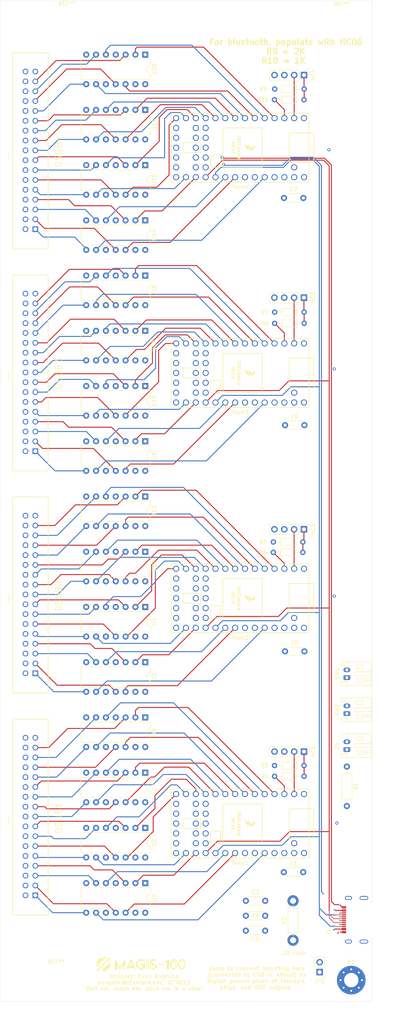
<source format=kicad_pcb>
(kicad_pcb (version 20211014) (generator pcbnew)
  (layers (0 "F.Cu" power) (1 "In1.Cu" signal) (2 "In2.Cu" signal) (31 "B.Cu" power) (34 "B.Paste" user) (35 "F.Paste" user) (36 "B.SilkS" user "B.Silkscreen") (37 "F.SilkS" user "F.Silkscreen") (38 "B.Mask" user) (39 "F.Mask" user) (44 "Edge.Cuts" user))
  (net 0 "")
  (net 1 "Net-(D1-Pad1)")
  (net 2 "Net-(HC2-Pad1)")
  (net 3 "5V")
  (net 4 "Net-(HC2-Pad2)")
  (net 5 "Net-(HC3-Pad1)")
  (net 6 "Net-(HC3-Pad2)")
  (net 7 "Net-(HC4-Pad1)")
  (net 8 "Net-(HC4-Pad2)")
  (net 9 "Net-(R4-Pad1)")
  (net 10 "Net-(R6-Pad1)")
  (net 11 "Net-(R8-Pad1)")
  (net 12 "Net-(R10-Pad1)")
  (net 13 "/TeensyController1/ssr_1")
  (net 14 "Net-(HC1-Pad1)")
  (net 15 "Net-(HC1-Pad2)")
  (net 16 "/TeensyController1/ssr_0")
  (net 17 "/TeensyController1/ssr_3")
  (net 23 "/TeensyController1/ssr_2")
  (net 24 "/TeensyController1/ssr_5")
  (net 25 "/TeensyController1/ssr_4")
  (net 26 "/TeensyController1/ssr_7")
  (net 27 "/TeensyController1/ssr_6")
  (net 28 "/TeensyController1/ssr_5_buf")
  (net 29 "/TeensyController1/ssr_4_buf")
  (net 32 "/TeensyController1/ssr_9")
  (net 33 "dgnd")
  (net 35 "/TeensyController1/ssr_8")
  (net 37 "/TeensyController1/ssr_14")
  (net 38 "/TeensyController1/ssr_15")
  (net 39 "/TeensyController1/ssr_12")
  (net 40 "/TeensyController1/ssr_13")
  (net 41 "/TeensyController1/ssr_10")
  (net 42 "/TeensyController1/ssr_11")
  (net 43 "/TeensyController2/ssr_1")
  (net 44 "/TeensyController2/ssr_0")
  (net 45 "/TeensyController2/ssr_3")
  (net 46 "/TeensyController2/ssr_2")
  (net 47 "/TeensyController2/ssr_5")
  (net 48 "/TeensyController2/ssr_4")
  (net 49 "/TeensyController2/ssr_7")
  (net 50 "/TeensyController2/ssr_6")
  (net 51 "/TeensyController2/ssr_9")
  (net 52 "/TeensyController2/ssr_8")
  (net 57 "/TeensyController2/ssr_14")
  (net 58 "/TeensyController1/ssr_6_buf")
  (net 59 "/TeensyController1/ssr_7_buf")
  (net 60 "/TeensyController2/ssr_15")
  (net 61 "/TeensyController2/ssr_12")
  (net 62 "/TeensyController2/ssr_13")
  (net 63 "/TeensyController2/ssr_10")
  (net 64 "/TeensyController2/ssr_11")
  (net 70 "/TeensyController3/ssr_1")
  (net 71 "/TeensyController3/ssr_0")
  (net 72 "/TeensyController3/ssr_3")
  (net 73 "/TeensyController3/ssr_2")
  (net 74 "/TeensyController3/ssr_5")
  (net 75 "/TeensyController3/ssr_4")
  (net 76 "/TeensyController3/ssr_7")
  (net 77 "/TeensyController3/ssr_6")
  (net 78 "/TeensyController3/ssr_9")
  (net 79 "/TeensyController3/ssr_8")
  (net 84 "/TeensyController3/ssr_14")
  (net 85 "/TeensyController3/ssr_15")
  (net 86 "/TeensyController3/ssr_12")
  (net 87 "/TeensyController3/ssr_13")
  (net 88 "/TeensyController3/ssr_10")
  (net 89 "/TeensyController3/ssr_11")
  (net 95 "/TeensyController4/ssr_1")
  (net 96 "/TeensyController4/ssr_0")
  (net 97 "/TeensyController4/ssr_3")
  (net 98 "/TeensyController4/ssr_2")
  (net 99 "/TeensyController4/ssr_5")
  (net 100 "/TeensyController4/ssr_4")
  (net 101 "/TeensyController4/ssr_7")
  (net 102 "/TeensyController4/ssr_6")
  (net 103 "/TeensyController4/ssr_9")
  (net 104 "/TeensyController4/ssr_8")
  (net 109 "/TeensyController4/ssr_14")
  (net 110 "/TeensyController4/ssr_15")
  (net 111 "/TeensyController4/ssr_12")
  (net 112 "/TeensyController4/ssr_13")
  (net 113 "/TeensyController4/ssr_10")
  (net 114 "/TeensyController4/ssr_11")
  (net 120 "/TeensyController1/ssr_13_buf")
  (net 121 "/TeensyController1/ssr_12_buf")
  (net 122 "/TeensyController1/ssr_14_buf")
  (net 123 "/TeensyController1/ssr_15_buf")
  (net 124 "/TeensyController2/ssr_5_buf")
  (net 125 "/TeensyController2/ssr_4_buf")
  (net 126 "/TeensyController2/ssr_6_buf")
  (net 127 "/TeensyController2/ssr_7_buf")
  (net 128 "/TeensyController2/ssr_13_buf")
  (net 129 "/TeensyController2/ssr_12_buf")
  (net 130 "/TeensyController2/ssr_14_buf")
  (net 131 "/TeensyController2/ssr_15_buf")
  (net 132 "/TeensyController3/ssr_5_buf")
  (net 133 "/TeensyController3/ssr_4_buf")
  (net 134 "/TeensyController3/ssr_6_buf")
  (net 135 "/TeensyController3/ssr_7_buf")
  (net 136 "/TeensyController3/ssr_13_buf")
  (net 137 "/TeensyController3/ssr_12_buf")
  (net 138 "/TeensyController3/ssr_14_buf")
  (net 139 "/TeensyController3/ssr_15_buf")
  (net 140 "/TeensyController4/ssr_5_buf")
  (net 141 "/TeensyController4/ssr_4_buf")
  (net 142 "/TeensyController4/ssr_6_buf")
  (net 143 "/TeensyController4/ssr_7_buf")
  (net 144 "/TeensyController4/ssr_13_buf")
  (net 145 "/TeensyController4/ssr_12_buf")
  (net 146 "/TeensyController4/ssr_14_buf")
  (net 147 "/TeensyController4/ssr_15_buf")
  (net 148 "/Power and inputs/v_in")
  (net 149 "/Power and inputs/rpi_scl")
  (net 150 "/Power and inputs/rpi_sda")
  (net 151 "chassis")
  (net 152 "switch_enable")
  (net 153 "button_reset")
  (net 154 "/TeensyController1/ssr_0_buf")
  (net 155 "/TeensyController1/ssr_1_buf")
  (net 156 "/TeensyController1/ssr_2_buf")
  (net 157 "/TeensyController1/ssr_3_buf")
  (net 158 "/TeensyController1/ssr_8_buf")
  (net 159 "/TeensyController1/ssr_9_buf")
  (net 160 "/TeensyController1/ssr_10_buf")
  (net 161 "/TeensyController1/ssr_11_buf")
  (net 162 "/TeensyController2/ssr_0_buf")
  (net 163 "/TeensyController2/ssr_1_buf")
  (net 164 "/TeensyController2/ssr_2_buf")
  (net 165 "/TeensyController2/ssr_3_buf")
  (net 166 "/TeensyController2/ssr_8_buf")
  (net 167 "/TeensyController2/ssr_9_buf")
  (net 168 "/TeensyController2/ssr_10_buf")
  (net 169 "/TeensyController2/ssr_11_buf")
  (net 170 "/TeensyController3/ssr_0_buf")
  (net 171 "/TeensyController3/ssr_1_buf")
  (net 172 "/TeensyController3/ssr_2_buf")
  (net 173 "/TeensyController3/ssr_3_buf")
  (net 174 "/TeensyController3/ssr_8_buf")
  (net 175 "/TeensyController3/ssr_9_buf")
  (net 176 "/TeensyController3/ssr_10_buf")
  (net 177 "/TeensyController3/ssr_11_buf")
  (net 178 "/TeensyController4/ssr_0_buf")
  (net 179 "/TeensyController4/ssr_1_buf")
  (net 180 "/TeensyController4/ssr_2_buf")
  (net 181 "/TeensyController4/ssr_3_buf")
  (net 182 "/TeensyController4/ssr_8_buf")
  (net 183 "/TeensyController4/ssr_9_buf")
  (net 184 "/TeensyController4/ssr_10_buf")
  (net 185 "/TeensyController4/ssr_11_buf")
  (footprint "Package_DIP:DIP-14_W7.62mm" (layer "F.Cu") (at 289.725 241.608332 -90)
    (fp_text reference "U4")
    (fp_text value "SN74AHCT125PW")
  )
  (footprint "Package_DIP:DIP-14_W7.62mm" (layer "F.Cu") (at 289.725 113.433338 -90)
    (fp_text reference "U19")
    (fp_text value "SN74AHCT125PW")
  )
  (footprint "Package_DIP:DIP-14_W7.62mm" (layer "F.Cu") (at 289.725 99.191672 -90)
    (fp_text reference "U20")
    (fp_text value "SN74AHCT125PW")
  )
  (footprint "Package_DIP:DIP-14_W7.62mm" (layer "F.Cu") (at 289.725 298.574996 -90)
    (fp_text reference "U2")
    (fp_text value "SN74AHCT125PW")
  )
  (footprint "Package_DIP:DIP-14_W7.62mm" (layer "F.Cu") (at 289.725 312.816672 -90)
    (fp_text reference "U1")
    (fp_text value "SN74AHCT125PW")
  )
  (footprint "Connector_JST:JST_PH_S2B-PH-K_1x02_P2.00mm_Horizontal" (layer "F.Cu") (at 341.771668 269.1 90)
    (fp_text reference "SW2")
    (fp_text value "SW_Push_Open")
  )
  (footprint "MountingHole:MountingHole_3.7mm" (layer "F.Cu") (at 266.7 337.82)
    (fp_text reference "REF**")
    (fp_text value "MountingHole_3.7mm")
  )
  (footprint "Connector_PinHeader_2.54mm:PinHeader_1x04_P2.54mm_Vertical" (layer "F.Cu") (at 330.686668 221.575 -90)
    (fp_text reference "HC2")
    (fp_text value "HC06")
  )
  (footprint "Resistor_THT:R_Axial_DIN0204_L3.6mm_D1.6mm_P7.62mm_Horizontal" (layer "F.Cu") (at 322.776668 227.525)
    (fp_text reference "R6")
    (fp_text value "1k")
  )
  (footprint "Capacitor_THT:C_Disc_D4.3mm_W1.9mm_P5.00mm" (layer "F.Cu") (at 315.686668 317.37)
    (fp_text reference "C3")
    (fp_text value "100 nF")
  )
  (footprint "Capacitor_THT:C_Disc_D4.3mm_W1.9mm_P5.00mm" (layer "F.Cu") (at 315.686668 325.07)
    (fp_text reference "C2")
    (fp_text value "1uF")
  )
  (footprint "Package_DIP:DIP-14_W7.62mm" (layer "F.Cu") (at 289.725 270.091664 -90)
    (fp_text reference "U8")
    (fp_text value "SN74AHCT125PW")
  )
  (footprint "Resistor_THT:R_Axial_DIN0204_L3.6mm_D1.6mm_P7.62mm_Horizontal" (layer "F.Cu") (at 330.736668 165.575 180)
    (fp_text reference "R7")
    (fp_text value "2k")
  )
  (footprint "Capacitor_THT:C_Disc_D4.3mm_W1.9mm_P5.00mm" (layer "F.Cu") (at 315.686668 321.22)
    (fp_text reference "C4")
    (fp_text value "10 nF")
  )
  (footprint "Package_DIP:DIP-14_W7.62mm" (layer "F.Cu") (at 289.725 127.675004 -90)
    (fp_text reference "U15")
    (fp_text value "SN74AHCT125PW")
  )
  (footprint "Connector_PinHeader_2.54mm:PinHeader_1x04_P2.54mm_Vertical" (layer "F.Cu") (at 330.711668 278.9 -90)
    (fp_text reference "HC1")
    (fp_text value "HC06")
  )
  (footprint "teensy:LittleFuseHolder" (layer "F.Cu") (at 327.875 327.53 90)
    (fp_text reference "F2")
    (fp_text value "2A Fuse ")
  )
  (footprint "Resistor_THT:R_Axial_DIN0204_L3.6mm_D1.6mm_P7.62mm_Horizontal" (layer "F.Cu") (at 323.126668 168.475)
    (fp_text reference "R8")
    (fp_text value "1k")
  )
  (footprint "Package_DIP:DIP-14_W7.62mm" (layer "F.Cu") (at 289.725 184.641668 -90)
    (fp_text reference "U10")
    (fp_text value "SN74AHCT125PW")
  )
  (footprint "Capacitor_THT:C_Disc_D4.3mm_W1.9mm_P5.00mm" (layer "F.Cu") (at 325.811668 253.05)
    (fp_text reference "C5")
    (fp_text value "1 nF")
  )
  (footprint "teensy:Teensy40" (layer "F.Cu") (at 314.201668 123.175 180)
    (fp_text reference "Teen4")
    (fp_text value "Teensy4.0")
  )
  (footprint "teensy:MOLEX_2169900003" (layer "F.Cu") (at 346.171668 322.255 90)
    (fp_text reference "J1")
    (fp_text value "2169900003")
    (fp_line (start -4.62 2.1) (end -4.62 -4.6) (layer "Edge.Cuts") (width 0.01))
    (fp_line (start 4.62 2.1) (end 4.62 -4.6) (layer "Edge.Cuts") (width 0.01))
    (fp_line (start -3.80038 -4.6) (end 3.80038 -4.6) (layer "Edge.Cuts") (width 0.01))
    (fp_arc (start 4.06019 -4.75) (mid 4.397645 -4.88978) (end 4.62 -4.600001) (layer "Edge.Cuts") (width 0.01))
    (fp_arc (start -3.80038 -4.6) (mid -3.950382 -4.640191) (end -4.060191 -4.75) (layer "Edge.Cuts") (width 0.01))
    (fp_arc (start 4.06019 -4.75) (mid 3.95038 -4.640198) (end 3.80038 -4.6) (layer "Edge.Cuts") (width 0.01))
    (fp_arc (start -4.62 -4.6) (mid -4.397645 -4.889779) (end -4.060191 -4.75) (layer "Edge.Cuts") (width 0.01))
  )
  (footprint "Capacitor_THT:C_Disc_D4.3mm_W1.9mm_P5.00mm" (layer "F.Cu") (at 325.486668 309.975)
    (fp_text reference "C1")
    (fp_text value "1 nF")
  )
  (footprint "Capacitor_THT:C_Disc_D4.3mm_W1.9mm_P5.00mm" (layer "F.Cu") (at 325.811668 194.725)
    (fp_text reference "C6")
    (fp_text value "1 nF")
  )
  (footprint "Package_DIP:DIP-14_W7.62mm" (layer "F.Cu") (at 289.725 141.91667 -90)
    (fp_text reference "U14")
    (fp_text value "SN74AHCT125PW")
  )
  (footprint "Resistor_THT:R_Axial_DIN0204_L3.6mm_D1.6mm_P7.62mm_Horizontal" (layer "F.Cu") (at 330.751668 108.05 180)
    (fp_text reference "R9")
    (fp_text value "2k")
  )
  (footprint "Package_DIP:DIP-14_W7.62mm" (layer "F.Cu") (at 289.725 198.883334 -90)
    (fp_text reference "U9")
    (fp_text value "SN74AHCT125PW")
  )
  (footprint "logos:magis-logo-1inch" (layer "F.Cu") (at 288.625 333.7)
    (fp_text reference "G***" hide)
    (fp_text value "LOGO" hide)
  )
  (footprint "Connector_JST:JST_PH_S2B-PH-K_1x02_P2.00mm_Horizontal" (layer "F.Cu") (at 341.771668 278.375 90)
    (fp_text reference "D1")
    (fp_text value "LED")
  )
  (footprint "Package_DIP:DIP-14_W7.62mm" (layer "F.Cu") (at 289.725 284.33333 -90)
    (fp_text reference "U7")
    (fp_text value "SN74AHCT125PW")
  )
  (footprint "Connector_PinHeader_2.54mm:PinHeader_1x04_P2.54mm_Vertical" (layer "F.Cu") (at 330.711668 104.45 -90)
    (fp_text reference "HC4")
    (fp_text value "HC06")
  )
  (footprint "teensy:Teensy40" (layer "F.Cu") (at 314.201668 297.45 180)
    (fp_text reference "Teen1")
    (fp_text value "Teensy4.0")
  )
  (footprint "Connector_PinHeader_2.54mm:PinHeader_1x02_P2.54mm_Vertical" (layer "F.Cu") (at 334.75 335.75 180)
    (fp_text reference "JP1")
    (fp_text value "Jumper_2_Open")
  )
  (footprint "MountingHole:MountingHole_3.7mm" (layer "F.Cu") (at 266.7 90.17)
    (fp_text reference "REF**")
    (fp_text value "MountingHole_3.7mm")
  )
  (footprint "Resistor_THT:R_Axial_DIN0207_L6.3mm_D2.5mm_P10.16mm_Horizontal" (layer "F.Cu") (at 341.761668 282.77 -90)
    (fp_text reference "R1")
    (fp_text value "0")
  )
  (footprint "teensy:TYCO_5103309-7-fordsub37" (layer "F.Cu") (at 258.805 201.445 -90)
    (fp_text reference "DSUB3")
    (fp_text value "dsub-37-to-ribbon")
  )
  (footprint "Resistor_THT:R_Axial_DIN0204_L3.6mm_D1.6mm_P7.62mm_Horizontal" (layer "F.Cu") (at 330.411668 224.85 180)
    (fp_text reference "R5")
    (fp_text value "2k")
  )
  (footprint "teensy:Teensy40" (layer "F.Cu") (at 314.201668 181.266666 180)
    (fp_text reference "Teen3")
    (fp_text value "Teensy4.0")
  )
  (footprint "Package_DIP:DIP-14_W7.62mm" (layer "F.Cu") (at 289.725 213.125 -90)
    (fp_text reference "U13")
    (fp_text value "SN74AHCT125PW")
  )
  (footprint "MountingHole:MountingHole_3.7mm_Pad_Via" (layer "F.Cu") (at 342.9 337.82)
    (fp_text reference "H1")
    (fp_text value "MountingHole_Pad")
  )
  (footprint "Resistor_THT:R_Axial_DIN0204_L3.6mm_D1.6mm_P7.62mm_Horizontal" (layer "F.Cu") (at 323.111668 285.275)
    (fp_text reference "R4")
    (fp_text value "1k")
  )
  (footprint "Capacitor_THT:C_Disc_D4.3mm_W1.9mm_P5.00mm" (layer "F.Cu") (at 325.536668 136.15)
    (fp_text reference "C7")
    (fp_text value "1 nF")
  )
  (footprint "Package_DIP:DIP-14_W7.62mm" (layer "F.Cu") (at 289.725 255.849998 -90)
    (fp_text reference "U3")
    (fp_text value "SN74AHCT125PW")
  )
  (footprint "Resistor_THT:R_Axial_DIN0204_L3.6mm_D1.6mm_P7.62mm_Horizontal" (layer "F.Cu") (at 330.721668 282.5 180)
    (fp_text reference "R3")
    (fp_text value "2k")
  )
  (footprint "teensy:TYCO_5103309-7-fordsub37" (layer "F.Cu") (at 258.805 144.186667 -90)
    (fp_text reference "DSUB4")
    (fp_text value "dsub-37-to-ribbon")
  )
  (footprint "Connector_JST:JST_PH_S2B-PH-K_1x02_P2.00mm_Horizontal" (layer "F.Cu") (at 341.771668 259.825 90)
    (fp_text reference "SW1")
    (fp_text value "SW_DIP_x01")
  )
  (footprint "Resistor_THT:R_Axial_DIN0204_L3.6mm_D1.6mm_P7.62mm_Horizontal" (layer "F.Cu") (at 323.076668 110.825)
    (fp_text reference "R10")
    (fp_text value "1k")
  )
  (footprint "Package_DIP:DIP-14_W7.62mm" (layer "F.Cu") (at 289.725 227.366666 -90)
    (fp_text reference "U12")
    (fp_text value "SN74AHCT125PW")
  )
  (footprint "teensy:TYCO_5103309-7-fordsub37" (layer "F.Cu") (at 258.805 258.703333 -90)
    (fp_text reference "DSUB2")
    (fp_text value "dsub-37-to-ribbon")
  )
  (footprint "Package_DIP:DIP-14_W7.62mm" (layer "F.Cu") (at 289.725 156.158336 -90)
    (fp_text reference "U18")
    (fp_text value "SN74AHCT125PW")
  )
  (footprint "teensy:TYCO_5103309-7-fordsub37" (layer "F.Cu") (at 258.805 315.961667 -90)
    (fp_text reference "DSUB1")
    (fp_text value "dsub-37-to-ribbon")
  )
  (footprint "Connector_PinHeader_2.54mm:PinHeader_1x04_P2.54mm_Vertical" (layer "F.Cu") (at 330.686668 161.85 -90)
    (fp_text reference "HC3")
    (fp_text value "HC06")
  )
  (footprint "teensy:Teensy40" (layer "F.Cu") (at 314.201668 239.358332 180)
    (fp_text reference "Teen2")
    (fp_text value "Teensy4.0")
  )
  (footprint "MountingHole:MountingHole_3.7mm" (layer "F.Cu") (at 342.9 90.17)
    (fp_text reference "REF**")
    (fp_text value "MountingHole_3.7mm")
  )
  (footprint "Package_DIP:DIP-14_W7.62mm" (layer "F.Cu") (at 289.725 170.400002 -90)
    (fp_text reference "U17")
    (fp_text value "SN74AHCT125PW")
  )
  (gr_line (start 254.375 181.05) (end 254.375 183.2) (layer "F.SilkS") (width 0.12))
  (gr_line (start 254.55 238.45) (end 254.55 240.6) (layer "F.SilkS") (width 0.12))
  (gr_line (start 254.425 124.025) (end 254.425 126.175) (layer "F.SilkS") (width 0.12))
  (gr_line (start 254.475 295.475) (end 254.475 297.625) (layer "F.SilkS") (width 0.12))
  (gr_line (start 348.271668 343.325) (end 348.271668 326.875) (layer "Edge.Cuts") (width 0.05))
  (gr_line (start 252.25 85.125) (end 252.25 343.35) (layer "Edge.Cuts") (width 0.05))
  (gr_line (start 252.25 343.35) (end 348.271668 343.325) (layer "Edge.Cuts") (width 0.05))
  (gr_line (start 348.271668 317.635) (end 348.271668 85.125) (layer "Edge.Cuts") (width 0.05))
  (gr_line (start 348.271668 85.125) (end 252.25 85.125) (layer "Edge.Cuts") (width 0.05))
  (gr_text "For bluetooth, populate with HC06\nR9 = 2K\nR10 = 1K " (at 326 98.35) (layer "F.SilkS") (effects (font (size 1.5 1.5) (thickness 0.3))))
  (gr_text "designer: Evan Angelico\neangelic@stanford.edu, 2/2023\n{dblquote}Boil em, mash em, stick em in a stew{dblquote}" (at 289.325 338.4) (layer "F.SilkS") (effects (font (size 1 1))))
  (gr_text "2A Fuse" (at 328.2 330.8) (layer "F.SilkS") (effects (font (size 1 1))))
  (gr_text "Jump to connect mounting hole\n(connected to USB-C shield) to\ndigital ground plane of Teensy's,\nchips, and SSR outputs " (at 318.525 337.225) (layer "F.SilkS") (effects (font (size 1.016 1.016) (thickness 0.15875))))
  (segment (start 330.686668 224.575) (end 330.411668 224.85) (width 0.25) (layer "F.Cu") (net 2))
  (segment (start 330.411668 227.51) (end 330.396668 227.525) (width 0.25) (layer "F.Cu") (net 2))
  (segment (start 330.411668 224.85) (end 330.411668 227.51) (width 0.25) (layer "F.Cu") (net 2))
  (segment (start 330.686668 221.575) (end 330.686668 224.575) (width 0.25) (layer "F.Cu") (net 2))
  (segment (start 328.146668 231.713332) (end 328.171668 231.738332) (width 0.25) (layer "F.Cu") (net 4))
  (segment (start 328.146668 221.575) (end 328.146668 231.713332) (width 0.25) (layer "F.Cu") (net 4))
  (segment (start 330.686668 165.525) (end 330.736668 165.575) (width 0.25) (layer "F.Cu") (net 5))
  (segment (start 330.686668 161.85) (end 330.686668 165.525) (width 0.25) (layer "F.Cu") (net 5))
  (segment (start 330.736668 168.465) (end 330.746668 168.475) (width 0.25) (layer "F.Cu") (net 5))
  (segment (start 330.736668 165.575) (end 330.736668 168.465) (width 0.25) (layer "F.Cu") (net 5))
  (segment (start 328.146668 173.621666) (end 328.171668 173.646666) (width 0.25) (layer "F.Cu") (net 6))
  (segment (start 328.146668 161.85) (end 328.146668 173.621666) (width 0.25) (layer "F.Cu") (net 6))
  (segment (start 330.751668 108.05) (end 330.751668 110.77) (width 0.25) (layer "F.Cu") (net 7))
  (segment (start 330.711668 108.01) (end 330.751668 108.05) (width 0.25) (layer "F.Cu") (net 7))
  (segment (start 330.711668 104.45) (end 330.711668 108.01) (width 0.25) (layer "F.Cu") (net 7))
  (segment (start 330.751668 110.77) (end 330.696668 110.825) (width 0.25) (layer "F.Cu") (net 7))
  (segment (start 328.171668 115.555) (end 328.171668 104.45) (width 0.25) (layer "F.Cu") (net 8))
  (segment (start 325.631668 287.795) (end 325.631668 289.83) (width 0.25) (layer "F.Cu") (net 9))
  (segment (start 323.111668 285.275) (end 325.631668 287.795) (width 0.25) (layer "F.Cu") (net 9))
  (segment (start 322.776668 227.525) (end 325.631668 230.38) (width 0.25) (layer "F.Cu") (net 10))
  (segment (start 325.631668 230.38) (end 325.631668 231.738332) (width 0.25) (layer "F.Cu") (net 10))
  (segment (start 325.631668 170.98) (end 325.631668 173.646666) (width 0.25) (layer "F.Cu") (net 11))
  (segment (start 323.126668 168.475) (end 325.631668 170.98) (width 0.25) (layer "F.Cu") (net 11))
  (segment (start 325.631668 113.38) (end 325.631668 115.555) (width 0.25) (layer "F.Cu") (net 12))
  (segment (start 323.076668 110.825) (end 325.631668 113.38) (width 0.25) (layer "F.Cu") (net 12))
  (segment (start 320.551668 289.83) (end 297.046668 266.325) (width 0.25) (layer "B.Cu") (net 13))
  (segment (start 297.046668 266.325) (end 283.331664 266.325) (width 0.25) (layer "B.Cu") (net 13))
  (segment (start 283.331664 266.325) (end 279.565 270.091664) (width 0.25) (layer "B.Cu") (net 13))
  (segment (start 330.711668 278.9) (end 330.711668 282.49) (width 0.25) (layer "F.Cu") (net 14))
  (segment (start 330.731668 285.275) (end 330.731668 282.51) (width 0.25) (layer "F.Cu") (net 14))
  (segment (start 330.711668 282.49) (end 330.721668 282.5) (width 0.25) (layer "F.Cu") (net 14))
  (segment (start 330.731668 282.51) (end 330.721668 282.5) (width 0.25) (layer "F.Cu") (net 14))
  (segment (start 328.171668 278.9) (end 328.171668 289.83) (width 0.25) (layer "F.Cu") (net 15))
  (segment (start 300.786668 267.525) (end 287.95 267.525) (width 0.25) (layer "F.Cu") (net 16))
  (segment (start 287.185 268.29) (end 287.185 270.091664) (width 0.25) (layer "F.Cu") (net 16))
  (segment (start 287.95 267.525) (end 287.185 268.29) (width 0.25) (layer "F.Cu") (net 16))
  (segment (start 323.091668 289.83) (end 300.786668 267.525) (width 0.25) (layer "F.Cu") (net 16))
  (segment (start 315.471668 289.83) (end 299.741668 274.1) (width 0.25) (layer "B.Cu") (net 17))
  (segment (start 299.741668 274.1) (end 280.636664 274.1) (width 0.25) (layer "B.Cu") (net 17))
  (segment (start 280.636664 274.1) (end 277.025 277.711664) (width 0.25) (layer "B.Cu") (net 17))
  (segment (start 318.011668 289.83) (end 303.406668 275.225) (width 0.25) (layer "F.Cu") (net 23))
  (segment (start 303.406668 275.225) (end 285.9 275.225) (width 0.25) (layer "F.Cu") (net 23))
  (segment (start 285.9 275.225) (end 284.645 276.48) (width 0.25) (layer "F.Cu") (net 23))
  (segment (start 284.645 276.48) (end 284.645 277.711664) (width 0.25) (layer "F.Cu") (net 23))
  (segment (start 301.436668 280.875) (end 283.02333 280.875) (width 0.25) (layer "B.Cu") (net 24))
  (segment (start 283.02333 280.875) (end 279.565 284.33333) (width 0.25) (layer "B.Cu") (net 24))
  (segment (start 310.391668 289.83) (end 301.436668 280.875) (width 0.25) (layer "B.Cu") (net 24))
  (segment (start 287.185 282.99) (end 287.185 284.33333) (width 0.25) (layer "F.Cu") (net 25))
  (segment (start 312.931668 289.83) (end 304.976668 281.875) (width 0.25) (layer "F.Cu") (net 25))
  (segment (start 288.3 281.875) (end 287.185 282.99) (width 0.25) (layer "F.Cu") (net 25))
  (segment (start 304.976668 281.875) (end 288.3 281.875) (width 0.25) (layer "F.Cu") (net 25))
  (segment (start 291.7 287.45) (end 281.52833 287.45) (width 0.25) (layer "B.Cu") (net 26))
  (segment (start 305.311668 289.83) (end 300.281668 284.8) (width 0.25) (layer "B.Cu") (net 26))
  (segment (start 281.52833 287.45) (end 277.025 291.95333) (width 0.25) (layer "B.Cu") (net 26))
  (segment (start 294.35 284.8) (end 291.7 287.45) (width 0.25) (layer "B.Cu") (net 26))
  (segment (start 300.281668 284.8) (end 294.35 284.8) (width 0.25) (layer "B.Cu") (net 26))
  (segment (start 300.921668 282.9) (end 294.7 282.9) (width 0.25) (layer "F.Cu") (net 27))
  (segment (start 292.142159 285.457841) (end 291.140489 285.457841) (width 0.25) (layer "F.Cu") (net 27))
  (segment (start 291.140489 285.457841) (end 284.645 291.95333) (width 0.25) (layer "F.Cu") (net 27))
  (segment (start 294.7 282.9) (end 292.142159 285.457841) (width 0.25) (layer "F.Cu") (net 27))
  (segment (start 307.851668 289.83) (end 300.921668 282.9) (width 0.25) (layer "F.Cu") (net 27))
  (segment (start 279.171671 303.261667) (end 261.345 303.261667) (width 0.25) (layer "F.Cu") (net 28))
  (segment (start 282.105 306.194996) (end 279.171671 303.261667) (width 0.25) (layer "F.Cu") (net 28))
  (segment (start 274.485 306.194996) (end 261.738329 306.194996) (width 0.25) (layer "B.Cu") (net 29))
  (segment (start 261.738329 306.194996) (end 261.345 305.801667) (width 0.25) (layer "B.Cu") (net 29))
  (segment (start 282.414996 295.725) (end 279.565 298.574996) (width 0.25) (layer "B.Cu") (net 32))
  (segment (start 288.1 295.725) (end 282.414996 295.725) (width 0.25) (layer "B.Cu") (net 32))
  (segment (start 296.35 287.475) (end 288.1 295.725) (width 0.25) (layer "B.Cu") (net 32))
  (segment (start 300.231668 289.83) (end 297.876668 287.475) (width 0.25) (layer "B.Cu") (net 32))
  (segment (start 297.876668 287.475) (end 296.35 287.475) (width 0.25) (layer "B.Cu") (net 32))
  (segment (start 339.975 322.5) (end 341.016668 322.5) (width 0.15) (layer "F.Cu") (net 33))
  (segment (start 340.591728 319.055) (end 339.88672 318.349992) (width 0.25) (layer "F.Cu") (net 33))
  (segment (start 309.817579 125.9) (end 309.601503 125.683924) (width 0.25) (layer "F.Cu") (net 33))
  (segment (start 339.975 320.525) (end 341.001668 320.525) (width 0.15) (layer "F.Cu") (net 33))
  (segment (start 339.88672 318.349992) (end 338.58666 318.349992) (width 0.25) (layer "F.Cu") (net 33))
  (segment (start 337.786668 317.55) (end 337.786668 127.675) (width 0.25) (layer "F.Cu") (net 33))
  (segment (start 341.021668 323.505) (end 339.98 323.505) (width 0.15) (layer "F.Cu") (net 33))
  (segment (start 339.45 325.675) (end 339.67 325.455) (width 0.25) (layer "F.Cu") (net 33))
  (segment (start 339.98 323.505) (end 339.975 323.5) (width 0.2) (layer "F.Cu") (net 33))
  (segment (start 341.016668 322.5) (end 341.021668 322.505) (width 0.2) (layer "F.Cu") (net 33))
  (segment (start 341.001668 320.525) (end 341.021668 320.505) (width 0.2) (layer "F.Cu") (net 33))
  (segment (start 339.98 321.505) (end 339.975 321.5) (width 0.2) (layer "F.Cu") (net 33))
  (segment (start 339.67 325.455) (end 341.021668 325.455) (width 0.25) (layer "F.Cu") (net 33))
  (segment (start 337.786668 127.675) (end 336.011668 125.9) (width 0.25) (layer "F.Cu") (net 33))
  (segment (start 341.021668 319.055) (end 340.591728 319.055) (width 0.25) (layer "F.Cu") (net 33))
  (segment (start 341.021668 321.505) (end 339.98 321.505) (width 0.15) (layer "F.Cu") (net 33))
  (segment (start 338.58666 318.349992) (end 337.786668 317.55) (width 0.25) (layer "F.Cu") (net 33))
  (segment (start 336.011668 125.9) (end 309.817579 125.9) (width 0.25) (layer "F.Cu") (net 33))
  (via (at 339.88672 318.349992) (size 0.4572) (drill 0.2286) (layers "F.Cu" "B.Cu") (net 33))
  (via (at 309.911668 127.5255) (size 0.8) (drill 0.4) (layers "F.Cu" "B.Cu") (net 33))
  (via (at 339.975 322.5) (size 0.4) (drill 0.203) (layers "F.Cu" "B.Cu") (net 33))
  (via (at 339.975 320.525) (size 0.4) (drill 0.203) (layers "F.Cu" "B.Cu") (net 33))
  (via (at 339.975 321.5) (size 0.4) (drill 0.203) (layers "F.Cu" "B.Cu") (net 33))
  (via (at 339.45 325.675) (size 0.4572) (drill 0.2286) (layers "F.Cu" "B.Cu") (net 33))
  (via (at 335.686668 315.55) (size 0.4572) (drill 0.2286) (layers "F.Cu" "B.Cu") (net 33))
  (via (at 339.975 323.5) (size 0.4) (drill 0.203) (layers "F.Cu" "B.Cu") (net 33))
  (via (at 309.601503 125.683924) (size 0.8) (drill 0.4) (layers "F.Cu" "B.Cu") (net 33))
  (segment (start 325.186668 127.725) (end 310.111168 127.725) (width 0.25) (layer "B.Cu") (net 33))
  (segment (start 327.261668 125.65) (end 325.186668 127.725) (width 0.25) (layer "B.Cu") (net 33))
  (segment (start 310.111168 127.725) (end 309.911668 127.5255) (width 0.25) (layer "B.Cu") (net 33))
  (segment (start 333.111668 125.65) (end 327.261668 125.65) (width 0.25) (layer "B.Cu") (net 33))
  (segment (start 335.211668 127.75) (end 333.111668 125.65) (width 0.25) (layer "B.Cu") (net 33))
  (segment (start 335.686668 315.55) (end 335.211668 315.075) (width 0.25) (layer "B.Cu") (net 33))
  (segment (start 335.211668 315.075) (end 335.211668 127.75) (width 0.25) (layer "B.Cu") (net 33))
  (segment (start 292.225 293.534996) (end 292.225 290.25) (width 0.25) (layer "F.Cu") (net 35))
  (segment (start 287.185 298.574996) (end 292.225 293.534996) (width 0.25) (layer "F.Cu") (net 35))
  (segment (start 296.45 286.025) (end 300.3 286.025) (width 0.25) (layer "F.Cu") (net 35))
  (segment (start 292.225 290.25) (end 296.45 286.025) (width 0.25) (layer "F.Cu") (net 35))
  (segment (start 302.771668 288.496668) (end 302.771668 289.83) (width 0.25) (layer "F.Cu") (net 35))
  (segment (start 300.3 286.025) (end 302.771668 288.496668) (width 0.25) (layer "F.Cu") (net 35))
  (segment (start 312.931668 305.07) (end 299.801668 318.2) (width 0.25) (layer "F.Cu") (net 37))
  (segment (start 299.801668 318.2) (end 286.881672 318.2) (width 0.25) (layer "F.Cu") (net 37))
  (segment (start 286.881672 318.2) (end 284.645 320.436672) (width 0.25) (layer "F.Cu") (net 37))
  (segment (start 278.863328 322.275) (end 277.025 320.436672) (width 0.25) (layer "B.Cu") (net 38))
  (segment (start 303.346668 322.275) (end 278.863328 322.275) (width 0.25) (layer "B.Cu") (net 38))
  (segment (start 320.551668 305.07) (end 303.346668 322.275) (width 0.25) (layer "B.Cu") (net 38))
  (segment (start 297.066668 310.775) (end 289.226672 310.775) (width 0.25) (layer "F.Cu") (net 39))
  (segment (start 302.771668 305.07) (end 297.066668 310.775) (width 0.25) (layer "F.Cu") (net 39))
  (segment (start 289.226672 310.775) (end 287.185 312.816672) (width 0.25) (layer "F.Cu") (net 39))
  (segment (start 282.531672 309.85) (end 279.565 312.816672) (width 0.25) (layer "B.Cu") (net 40))
  (segment (start 310.391668 305.07) (end 305.611668 309.85) (width 0.25) (layer "B.Cu") (net 40))
  (segment (start 305.611668 309.85) (end 282.531672 309.85) (width 0.25) (layer "B.Cu") (net 40))
  (segment (start 291.775 295.746668) (end 291.775 299.525) (width 0.25) (layer "F.Cu") (net 41))
  (segment (start 291.775 299.525) (end 285.105004 306.194996) (width 0.25) (layer "F.Cu") (net 41))
  (segment (start 285.105004 306.194996) (end 284.645 306.194996) (width 0.25) (layer "F.Cu") (net 41))
  (segment (start 297.691668 289.83) (end 291.775 295.746668) (width 0.25) (layer "F.Cu") (net 41))
  (segment (start 278.905004 308.075) (end 277.025 306.194996) (width 0.25) (layer "B.Cu") (net 42))
  (segment (start 297.226668 308.075) (end 278.905004 308.075) (width 0.25) (layer "B.Cu") (net 42))
  (segment (start 300.231668 305.07) (end 297.226668 308.075) (width 0.25) (layer "B.Cu") (net 42))
  (segment (start 279.565 212.11) (end 279.565 213.125) (width 0.25) (layer "B.Cu") (net 43))
  (segment (start 299.588336 210.775) (end 280.9 210.775) (width 0.25) (layer "B.Cu") (net 43))
  (segment (start 320.551668 231.738332) (end 299.588336 210.775) (width 0.25) (layer "B.Cu") (net 43))
  (segment (start 280.9 210.775) (end 279.565 212.11) (width 0.25) (layer "B.Cu") (net 43))
  (segment (start 323.091668 231.738332) (end 302.853336 211.5) (width 0.25) (layer "F.Cu") (net 44))
  (segment (start 288.81 211.5) (end 287.185 213.125) (width 0.25) (layer "F.Cu") (net 44))
  (segment (start 302.853336 211.5) (end 288.81 211.5) (width 0.25) (layer "F.Cu") (net 44))
  (segment (start 315.471668 231.738332) (end 301.358336 217.625) (width 0.25) (layer "B.Cu") (net 45))
  (segment (start 280.145 217.625) (end 277.025 220.745) (width 0.25) (layer "B.Cu") (net 45))
  (segment (start 301.358336 217.625) (end 280.145 217.625) (width 0.25) (layer "B.Cu") (net 45))
  (segment (start 284.645 219.105) (end 284.645 220.745) (width 0.25) (layer "F.Cu") (net 46))
  (segment (start 304.723336 218.45) (end 285.3 218.45) (width 0.25) (layer "F.Cu") (net 46))
  (segment (start 285.3 218.45) (end 284.645 219.105) (width 0.25) (layer "F.Cu") (net 46))
  (segment (start 318.011668 231.738332) (end 304.723336 218.45) (width 0.25) (layer "F.Cu") (net 46))
  (segment (start 282.475 224.456666) (end 279.565 227.366666) (width 0.25) (layer "B.Cu") (net 47))
  (segment (start 303.028336 224.375) (end 282.475 224.375) (width 0.25) (layer "B.Cu") (net 47))
  (segment (start 310.391668 231.738332) (end 303.028336 224.375) (width 0.25) (layer "B.Cu") (net 47))
  (segment (start 282.475 224.375) (end 282.475 224.456666) (width 0.25) (layer "B.Cu") (net 47))
  (segment (start 306.868336 225.675) (end 288.876666 225.675) (width 0.25) (layer "F.Cu") (net 48))
  (segment (start 288.876666 225.675) (end 287.185 227.366666) (width 0.25) (layer "F.Cu") (net 48))
  (segment (start 312.931668 231.738332) (end 306.868336 225.675) (width 0.25) (layer "F.Cu") (net 48))
  (segment (start 283.186666 228.825) (end 277.025 234.986666) (width 0.25) (layer "B.Cu") (net 49))
  (segment (start 305.311668 231.738332) (end 304.187157 230.613821) (width 0.25) (layer "B.Cu") (net 49))
  (segment (start 304.187157 230.613821) (end 304.187157 230.612157) (width 0.25) (layer "B.Cu") (net 49))
  (segment (start 304.187157 230.612157) (end 302.4 228.825) (width 0.25) (layer "B.Cu") (net 49))
  (segment (start 302.4 228.825) (end 283.186666 228.825) (width 0.25) (layer "B.Cu") (net 49))
  (segment (start 307.851668 231.738332) (end 303.063336 226.95) (width 0.25) (layer "F.Cu") (net 50))
  (segment (start 293.15 226.95) (end 287.2 232.9) (width 0.25) (layer "F.Cu") (net 50))
  (segment (start 285.7 232.9) (end 284.645 233.955) (width 0.25) (layer "F.Cu") (net 50))
  (segment (start 287.2 232.9) (end 285.7 232.9) (width 0.25) (layer "F.Cu") (net 50))
  (segment (start 284.645 233.955) (end 284.645 234.986666) (width 0.25) (layer "F.Cu") (net 50))
  (segment (start 303.063336 226.95) (end 293.15 226.95) (width 0.25) (layer "F.Cu") (net 50))
  (segment (start 294.675 229.775) (end 292.35 232.1) (width 0.25) (layer "B.Cu") (net 51))
  (segment (start 298.268336 229.775) (end 294.675 229.775) (width 0.25) (layer "B.Cu") (net 51))
  (segment (start 292.35 232.1) (end 292.35 235.1) (width 0.25) (layer "B.Cu") (net 51))
  (segment (start 288.525 238.925) (end 281.475 238.925) (width 0.25) (layer "B.Cu") (net 51))
  (segment (start 279.565 240.835) (end 279.565 241.608332) (width 0.25) (layer "B.Cu") (net 51))
  (segment (start 292.35 235.1) (end 288.525 238.925) (width 0.25) (layer "B.Cu") (net 51))
  (segment (start 300.231668 231.738332) (end 298.268336 229.775) (width 0.25) (layer "B.Cu") (net 51))
  (segment (start 281.475 238.925) (end 279.565 240.835) (width 0.25) (layer "B.Cu") (net 51))
  (segment (start 291.375 237.418332) (end 287.185 241.608332) (width 0.25) (layer "F.Cu") (net 52))
  (segment (start 291.375 230.7) (end 291.375 237.418332) (width 0.25) (layer "F.Cu") (net 52))
  (segment (start 293.875 228.2) (end 291.375 230.7) (width 0.25) (layer "F.Cu") (net 52))
  (segment (start 299.233336 228.2) (end 293.875 228.2) (width 0.25) (layer "F.Cu") (net 52))
  (segment (start 302.771668 231.738332) (end 299.233336 228.2) (width 0.25) (layer "F.Cu") (net 52))
  (segment (start 284.645 262.555) (end 284.645 263.469998) (width 0.25) (layer "F.Cu") (net 57))
  (segment (start 312.931668 246.978332) (end 298.01 261.9) (width 0.25) (layer "F.Cu") (net 57))
  (segment (start 285.3 261.9) (end 284.645 262.555) (width 0.25) (layer "F.Cu") (net 57))
  (segment (start 298.01 261.9) (end 285.3 261.9) (width 0.25) (layer "F.Cu") (net 57))
  (segment (start 274.249996 301.35) (end 266.1 301.35) (width 0.25) (layer "B.Cu") (net 58))
  (segment (start 277.025 298.574996) (end 274.249996 301.35) (width 0.25) (layer "B.Cu") (net 58))
  (segment (start 266.1 301.35) (end 265.471667 300.721667) (width 0.25) (layer "B.Cu") (net 58))
  (segment (start 265.471667 300.721667) (end 261.345 300.721667) (width 0.25) (layer "B.Cu") (net 58))
  (segment (start 284.645 298.574996) (end 282.945004 296.875) (width 0.25) (layer "F.Cu") (net 59))
  (segment (start 282.945004 296.875) (end 262.651667 296.875) (width 0.25) (layer "F.Cu") (net 59))
  (segment (start 262.651667 296.875) (end 261.345 298.181667) (width 0.25) (layer "F.Cu") (net 59))
  (segment (start 320.551668 246.978332) (end 306.83 260.7) (width 0.25) (layer "B.Cu") (net 60))
  (segment (start 279.794998 260.7) (end 277.025 263.469998) (width 0.25) (layer "B.Cu") (net 60))
  (segment (start 306.83 260.7) (end 279.794998 260.7) (width 0.25) (layer "B.Cu") (net 60))
  (segment (start 302.771668 246.978332) (end 295.825 253.925) (width 0.25) (layer "F.Cu") (net 61))
  (segment (start 289.109998 253.925) (end 287.185 255.849998) (width 0.25) (layer "F.Cu") (net 61))
  (segment (start 295.825 253.925) (end 289.109998 253.925) (width 0.25) (layer "F.Cu") (net 61))
  (segment (start 304.245 253.125) (end 282.289998 253.125) (width 0.25) (layer "B.Cu") (net 62))
  (segment (start 310.391668 246.978332) (end 304.245 253.125) (width 0.25) (layer "B.Cu") (net 62))
  (segment (start 282.289998 253.125) (end 279.565 255.849998) (width 0.25) (layer "B.Cu") (net 62))
  (segment (start 292.325 234.925) (end 292.325 241.9) (width 0.25) (layer "F.Cu") (net 63))
  (segment (start 284.996668 249.228332) (end 284.645 249.228332) (width 0.25) (layer "F.Cu") (net 63))
  (segment (start 292.325 241.9) (end 284.996668 249.228332) (width 0.25) (layer "F.Cu") (net 63))
  (segment (start 295.511668 231.738332) (end 292.325 234.925) (width 0.25) (layer "F.Cu") (net 63))
  (segment (start 297.691668 231.738332) (end 295.511668 231.738332) (width 0.25) (layer "F.Cu") (net 63))
  (segment (start 278.796668 251) (end 277.025 249.228332) (width 0.25) (layer "B.Cu") (net 64))
  (segment (start 300.231668 246.978332) (end 296.21 251) (width 0.25) (layer "B.Cu") (net 64))
  (segment (start 296.21 251) (end 278.796668 251) (width 0.25) (layer "B.Cu") (net 64))
  (segment (start 281.423336 154.3) (end 279.565 156.158336) (width 0.25) (layer "B.Cu") (net 70))
  (segment (start 320.551668 173.646666) (end 301.205002 154.3) (width 0.25) (layer "B.Cu") (net 70))
  (segment (start 301.205002 154.3) (end 281.423336 154.3) (width 0.25) (layer "B.Cu") (net 70))
  (segment (start 287.185 154.44) (end 287.185 156.158336) (width 0.25) (layer "F.Cu") (net 71))
  (segment (start 323.091668 173.646666) (end 303.020002 153.575) (width 0.25) (layer "F.Cu") (net 71))
  (segment (start 303.020002 153.575) (end 288.05 153.575) (width 0.25) (layer "F.Cu") (net 71))
  (segment (start 288.05 153.575) (end 287.185 154.44) (width 0.25) (layer "F.Cu") (net 71))
  (segment (start 277.025 162.675) (end 277.025 163.778336) (width 0.25) (layer "B.Cu") (net 72))
  (segment (start 302.825002 161) (end 278.7 161) (width 0.25) (layer "B.Cu") (net 72))
  (segment (start 278.7 161) (end 277.025 162.675) (width 0.25) (layer "B.Cu") (net 72))
  (segment (start 315.471668 173.646666) (end 302.825002 161) (width 0.25) (layer "B.Cu") (net 72))
  (segment (start 286.723336 161.7) (end 284.645 163.778336) (width 0.25) (layer "F.Cu") (net 73))
  (segment (start 306.065002 161.7) (end 286.723336 161.7) (width 0.25) (layer "F.Cu") (net 73))
  (segment (start 318.011668 173.646666) (end 306.065002 161.7) (width 0.25) (layer "F.Cu") (net 73))
  (segment (start 280.6 168.625) (end 279.565 169.66) (width 0.25) (layer "B.Cu") (net 74))
  (segment (start 305.370002 168.625) (end 280.6 168.625) (width 0.25) (layer "B.Cu") (net 74))
  (segment (start 279.565 169.66) (end 279.565 170.400002) (width 0.25) (layer "B.Cu") (net 74))
  (segment (start 310.391668 173.646666) (end 305.370002 168.625) (width 0.25) (layer "B.Cu") (net 74))
  (segment (start 306.885002 167.6) (end 289.985002 167.6) (width 0.25) (layer "F.Cu") (net 75))
  (segment (start 312.931668 173.646666) (end 306.885002 167.6) (width 0.25) (layer "F.Cu") (net 75))
  (segment (start 289.985002 167.6) (end 287.185 170.400002) (width 0.25) (layer "F.Cu") (net 75))
  (segment (start 305.311668 173.646666) (end 302.365002 170.7) (width 0.25) (layer "B.Cu") (net 76))
  (segment (start 302.365002 170.7) (end 292.925 170.7) (width 0.25) (layer "B.Cu") (net 76))
  (segment (start 280.620002 174.425) (end 277.025 178.020002) (width 0.25) (layer "B.Cu") (net 76))
  (segment (start 289.2 174.425) (end 280.620002 174.425) (width 0.25) (layer "B.Cu") (net 76))
  (segment (start 292.925 170.7) (end 289.2 174.425) (width 0.25) (layer "B.Cu") (net 76))
  (segment (start 307.851668 173.646666) (end 303.930002 169.725) (width 0.25) (layer "F.Cu") (net 77))
  (segment (start 295.025 169.725) (end 289.55 175.2) (width 0.25) (layer "F.Cu") (net 77))
  (segment (start 287.465002 175.2) (end 284.645 178.020002) (width 0.25) (layer "F.Cu") (net 77))
  (segment (start 289.55 175.2) (end 287.465002 175.2) (width 0.25) (layer "F.Cu") (net 77))
  (segment (start 303.930002 169.725) (end 295.025 169.725) (width 0.25) (layer "F.Cu") (net 77))
  (segment (start 300.231668 173.646666) (end 298.485002 171.9) (width 0.25) (layer "B.Cu") (net 78))
  (segment (start 279.565 183.435) (end 279.565 184.641668) (width 0.25) (layer "B.Cu") (net 78))
  (segment (start 292.375 180.075) (end 289.45 183) (width 0.25) (layer "B.Cu") (net 78))
  (segment (start 289.45 183) (end 280 183) (width 0.25) (layer "B.Cu") (net 78))
  (segment (start 280 183) (end 279.565 183.435) (width 0.25) (layer "B.Cu") (net 78))
  (segment (start 298.485002 171.9) (end 295.3 171.9) (width 0.25) (layer "B.Cu") (net 78))
  (segment (start 295.3 171.9) (end 292.375 174.825) (width 0.25) (layer "B.Cu") (net 78))
  (segment (start 292.375 174.825) (end 292.375 180.075) (width 0.25) (layer "B.Cu") (net 78))
  (segment (start 291.575 178.7) (end 287.185 183.09) (width 0.25) (layer "F.Cu") (net 79))
  (segment (start 287.185 183.09) (end 287.185 184.641668) (width 0.25) (layer "F.Cu") (net 79))
  (segment (start 294.9 171.45) (end 291.575 174.775) (width 0.25) (layer "F.Cu") (net 79))
  (segment (start 291.575 174.775) (end 291.575 178.7) (width 0.25) (layer "F.Cu") (net 79))
  (segment (start 302.771668 173.646666) (end 300.575002 171.45) (width 0.25) (layer "F.Cu") (net 79))
  (segment (start 300.575002 171.45) (end 294.9 171.45) (width 0.25) (layer "F.Cu") (net 79))
  (segment (start 297.068334 204.75) (end 285.85 204.75) (width 0.25) (layer "F.Cu") (net 84))
  (segment (start 284.645 205.955) (end 284.645 206.503334) (width 0.25) (layer "F.Cu") (net 84))
  (segment (start 285.85 204.75) (end 284.645 205.955) (width 0.25) (layer "F.Cu") (net 84))
  (segment (start 312.931668 188.886666) (end 297.068334 204.75) (width 0.25) (layer "F.Cu") (net 84))
  (segment (start 320.551668 188.886666) (end 305.488334 203.95) (width 0.25) (layer "B.Cu") (net 85))
  (segment (start 279.578334 203.95) (end 277.025 206.503334) (width 0.25) (layer "B.Cu") (net 85))
  (segment (start 305.488334 203.95) (end 279.578334 203.95) (width 0.25) (layer "B.Cu") (net 85))
  (segment (start 287.185 198.49) (end 287.185 198.883334) (width 0.25) (layer "F.Cu") (net 86))
  (segment (start 294.708334 196.95) (end 288.725 196.95) (width 0.25) (layer "F.Cu") (net 86))
  (segment (start 288.725 196.95) (end 287.185 198.49) (width 0.25) (layer "F.Cu") (net 86))
  (segment (start 302.771668 188.886666) (end 294.708334 196.95) (width 0.25) (layer "F.Cu") (net 86))
  (segment (start 282.873334 195.575) (end 279.565 198.883334) (width 0.25) (layer "B.Cu") (net 87))
  (segment (start 310.391668 188.886666) (end 303.703334 195.575) (width 0.25) (layer "B.Cu") (net 87))
  (segment (start 303.703334 195.575) (end 282.873334 195.575) (width 0.25) (layer "B.Cu") (net 87))
  (segment (start 293.175 183.6) (end 284.645 192.13) (width 0.25) (layer "F.Cu") (net 88))
  (segment (start 284.645 192.13) (end 284.645 192.261668) (width 0.25) (layer "F.Cu") (net 88))
  (segment (start 293.175 175.425) (end 293.175 183.6) (width 0.25) (layer "F.Cu") (net 88))
  (segment (start 294.953334 173.646666) (end 293.175 175.425) (width 0.25) (layer "F.Cu") (net 88))
  (segment (start 297.691668 173.646666) (end 294.953334 173.646666) (width 0.25) (layer "F.Cu") (net 88))
  (segment (start 300.231668 188.886666) (end 298.468334 190.65) (width 0.25) (layer "B.Cu") (net 89))
  (segment (start 277.025 191.625) (end 277.025 192.261668) (width 0.25) (layer "B.Cu") (net 89))
  (segment (start 298.468334 190.65) (end 278 190.65) (width 0.25) (layer "B.Cu") (net 89))
  (segment (start 278 190.65) (end 277.025 191.625) (width 0.25) (layer "B.Cu") (net 89))
  (segment (start 301.746668 96.75) (end 280.775 96.75) (width 0.25) (layer "B.Cu") (net 95))
  (segment (start 320.551668 115.555) (end 301.746668 96.75) (width 0.25) (layer "B.Cu") (net 95))
  (segment (start 280.775 96.75) (end 279.565 97.96) (width 0.25) (layer "B.Cu") (net 95))
  (segment (start 279.565 97.96) (end 279.565 99.191672) (width 0.25) (layer "B.Cu") (net 95))
  (segment (start 287.185 97.69) (end 287.185 99.191672) (width 0.25) (layer "F.Cu") (net 96))
  (segment (start 323.091668 115.555) (end 304.786668 97.25) (width 0.25) (layer "F.Cu") (net 96))
  (segment (start 287.625 97.25) (end 287.185 97.69) (width 0.25) (layer "F.Cu") (net 96))
  (segment (start 304.786668 97.25) (end 287.625 97.25) (width 0.25) (layer "F.Cu") (net 96))
  (segment (start 279.438328 109.225) (end 277.025 106.811672) (width 0.25) (layer "B.Cu") (net 97))
  (segment (start 315.471668 115.555) (end 309.141668 109.225) (width 0.25) (layer "B.Cu") (net 97))
  (segment (start 309.141668 109.225) (end 279.438328 109.225) (width 0.25) (layer "B.Cu") (net 97))
  (segment (start 285.725 108.575) (end 284.645 107.495) (width 0.25) (layer "F.Cu") (net 98))
  (segment (start 284.645 107.495) (end 284.645 106.811672) (width 0.25) (layer "F.Cu") (net 98))
  (segment (start 318.011668 115.555) (end 311.031668 108.575) (width 0.25) (layer "F.Cu") (net 98))
  (segment (start 311.031668 108.575) (end 285.725 108.575) (width 0.25) (layer "F.Cu") (net 98))
  (segment (start 306.236668 111.4) (end 281.598338 111.4) (width 0.25) (layer "B.Cu") (net 99))
  (segment (start 310.391668 115.555) (end 306.236668 111.4) (width 0.25) (layer "B.Cu") (net 99))
  (segment (start 281.598338 111.4) (end 279.565 113.433338) (width 0.25) (layer "B.Cu") (net 99))
  (segment (start 290.193338 110.425) (end 287.185 113.433338) (width 0.25) (layer "F.Cu") (net 100))
  (segment (start 312.931668 115.555) (end 307.801668 110.425) (width 0.25) (layer "F.Cu") (net 100))
  (segment (start 307.801668 110.425) (end 290.193338 110.425) (width 0.25) (layer "F.Cu") (net 100))
  (segment (start 295.05 112.775) (end 288.75 119.075) (width 0.25) (layer "B.Cu") (net 101))
  (segment (start 279.003338 119.075) (end 277.025 121.053338) (width 0.25) (layer "B.Cu") (net 101))
  (segment (start 305.311668 115.555) (end 302.531668 112.775) (width 0.25) (layer "B.Cu") (net 101))
  (segment (start 288.75 119.075) (end 279.003338 119.075) (width 0.25) (layer "B.Cu") (net 101))
  (segment (start 302.531668 112.775) (end 295.05 112.775) (width 0.25) (layer "B.Cu") (net 101))
  (segment (start 307.851668 115.555) (end 304.396668 112.1) (width 0.25) (layer "F.Cu") (net 102))
  (segment (start 304.396668 112.1) (end 293.598338 112.1) (width 0.25) (layer "F.Cu") (net 102))
  (segment (start 293.598338 112.1) (end 284.645 121.053338) (width 0.25) (layer "F.Cu") (net 102))
  (segment (start 298.776668 114.1) (end 296.3 114.1) (width 0.25) (layer "B.Cu") (net 103))
  (segment (start 294.725 115.675) (end 294.725 125.775) (width 0.25) (layer "B.Cu") (net 103))
  (segment (start 300.231668 115.555) (end 298.776668 114.1) (width 0.25) (layer "B.Cu") (net 103))
  (segment (start 294.725 125.775) (end 281.465004 125.775) (width 0.25) (layer "B.Cu") (net 103))
  (segment (start 296.3 114.1) (end 294.725 115.675) (width 0.25) (layer "B.Cu") (net 103))
  (segment (start 281.465004 125.775) (end 279.565 127.675004) (width 0.25) (layer "B.Cu") (net 103))
  (segment (start 302.771668 115.555) (end 300.566668 113.35) (width 0.25) (layer "F.Cu") (net 104))
  (segment (start 293.325 115.4) (end 293.325 121.525) (width 0.25) (layer "F.Cu") (net 104))
  (segment (start 291.65 123.2) (end 291.65 123.210004) (width 0.25) (layer "F.Cu") (net 104))
  (segment (start 291.65 123.210004) (end 287.185 127.675004) (width 0.25) (layer "F.Cu") (net 104))
  (segment (start 295.375 113.35) (end 293.325 115.4) (width 0.25) (layer "F.Cu") (net 104))
  (segment (start 300.566668 113.35) (end 295.375 113.35) (width 0.25) (layer "F.Cu") (net 104))
  (segment (start 293.325 121.525) (end 291.65 123.2) (width 0.25) (layer "F.Cu") (net 104))
  (segment (start 296.126668 147.6) (end 286.58167 147.6) (width 0.25) (layer "F.Cu") (net 109))
  (segment (start 312.931668 130.795) (end 296.126668 147.6) (width 0.25) (layer "F.Cu") (net 109))
  (segment (start 286.58167 147.6) (end 284.645 149.53667) (width 0.25) (layer "F.Cu") (net 109))
  (segment (start 304.296668 147.05) (end 279.51167 147.05) (width 0.25) (layer "B.Cu") (net 110))
  (segment (start 320.551668 130.795) (end 304.296668 147.05) (width 0.25) (layer "B.Cu") (net 110))
  (segment (start 279.51167 147.05) (end 277.025 149.53667) (width 0.25) (layer "B.Cu") (net 110))
  (segment (start 302.771668 130.795) (end 294.066668 139.5) (width 0.25) (layer "F.Cu") (net 111))
  (segment (start 294.066668 139.5) (end 289.60167 139.5) (width 0.25) (layer "F.Cu") (net 111))
  (segment (start 289.60167 139.5) (end 287.185 141.91667) (width 0.25) (layer "F.Cu") (net 111))
  (segment (start 302.786668 138.4) (end 283.08167 138.4) (width 0.25) (layer "B.Cu") (net 112))
  (segment (start 283.08167 138.4) (end 279.565 141.91667) (width 0.25) (layer "B.Cu") (net 112))
  (segment (start 310.391668 130.795) (end 302.786668 138.4) (width 0.25) (layer "B.Cu") (net 112))
  (segment (start 286.565004 133.375) (end 284.645 135.295004) (width 0.25) (layer "F.Cu") (net 113))
  (segment (start 297.691668 115.555) (end 295.875 117.371668) (width 0.25) (layer "F.Cu") (net 113))
  (segment (start 295.875 117.371668) (end 295.875 130.225) (width 0.25) (layer "F.Cu") (net 113))
  (segment (start 295.875 130.225) (end 292.725 133.375) (width 0.25) (layer "F.Cu") (net 113))
  (segment (start 292.725 133.375) (end 286.565004 133.375) (width 0.25) (layer "F.Cu") (net 113))
  (segment (start 278.595004 133.725) (end 277.025 135.295004) (width 0.25) (layer "B.Cu") (net 114))
  (segment (start 300.231668 130.795) (end 297.301668 133.725) (width 0.25) (layer "B.Cu") (net 114))
  (segment (start 297.301668 133.725) (end 278.595004 133.725) (width 0.25) (layer "B.Cu") (net 114))
  (segment (start 276.874997 282.941667) (end 261.345 282.941667) (width 0.25) (layer "F.Cu") (net 120))
  (segment (start 282.105 277.711664) (end 276.874997 282.941667) (width 0.25) (layer "F.Cu") (net 120))
  (segment (start 274.485 277.865) (end 266.868333 285.481667) (width 0.25) (layer "B.Cu") (net 121))
  (segment (start 274.485 277.711664) (end 274.485 277.865) (width 0.25) (layer "B.Cu") (net 121))
  (segment (start 266.868333 285.481667) (end 261.345 285.481667) (width 0.25) (layer "B.Cu") (net 121))
  (segment (start 277.025 270.091664) (end 266.714997 280.401667) (width 0.25) (layer "B.Cu") (net 122))
  (segment (start 266.714997 280.401667) (end 261.345 280.401667) (width 0.25) (layer "B.Cu") (net 122))
  (segment (start 264.788333 277.861667) (end 261.345 277.861667) (width 0.25) (layer "F.Cu") (net 123))
  (segment (start 269.725 272.925) (end 264.788333 277.861667) (width 0.25) (layer "F.Cu") (net 123))
  (segment (start 284.645 270.091664) (end 281.811664 272.925) (width 0.25) (layer "F.Cu") (net 123))
  (segment (start 281.811664 272.925) (end 269.725 272.925) (width 0.25) (layer "F.Cu") (net 123))
  (segment (start 282.105 249.228332) (end 278.880001 246.003333) (width 0.25) (layer "F.Cu") (net 124))
  (segment (start 278.880001 246.003333) (end 261.345 246.003333) (width 0.25) (layer "F.Cu") (net 124))
  (segment (start 262.029999 249.228332) (end 261.345 248.543333) (width 0.25) (layer "B.Cu") (net 125))
  (segment (start 274.485 249.228332) (end 262.029999 249.228332) (width 0.25) (layer "B.Cu") (net 125))
  (segment (start 275.169999 243.463333) (end 261.345 243.463333) (width 0.25) (layer "B.Cu") (net 126))
  (segment (start 277.025 241.608332) (end 275.169999 243.463333) (width 0.25) (layer "B.Cu") (net 126))
  (segment (start 282.811668 239.775) (end 262.493333 239.775) (width 0.25) (layer "F.Cu") (net 127))
  (segment (start 262.493333 239.775) (end 261.345 240.923333) (width 0.25) (layer "F.Cu") (net 127))
  (segment (start 284.645 241.608332) (end 282.811668 239.775) (width 0.25) (layer "F.Cu") (net 127))
  (segment (start 282.105 220.745) (end 277.166667 225.683333) (width 0.25) (layer "F.Cu") (net 128))
  (segment (start 277.166667 225.683333) (end 261.345 225.683333) (width 0.25) (layer "F.Cu") (net 128))
  (segment (start 267.875 227.35) (end 267.001667 228.223333) (width 0.25) (layer "B.Cu") (net 129))
  (segment (start 274.485 220.745) (end 267.88 227.35) (width 0.25) (layer "B.Cu") (net 129))
  (segment (start 267.88 227.35) (end 267.875 227.35) (width 0.25) (layer "B.Cu") (net 129))
  (segment (start 267.001667 228.223333) (end 261.345 228.223333) (width 0.25) (layer "B.Cu") (net 129))
  (segment (start 267.006667 223.143333) (end 261.345 223.143333) (width 0.25) (layer "B.Cu") (net 130))
  (segment (start 277.025 213.125) (end 267.006667 223.143333) (width 0.25) (layer "B.Cu") (net 130))
  (segment (start 271.7 215.275) (end 266.371667 220.603333) (width 0.25) (layer "F.Cu") (net 131))
  (segment (start 266.371667 220.603333) (end 261.345 220.603333) (width 0.25) (layer "F.Cu") (net 131))
  (segment (start 282.495 215.275) (end 271.7 215.275) (width 0.25) (layer "F.Cu") (net 131))
  (segment (start 284.645 213.125) (end 282.495 215.275) (width 0.25) (layer "F.Cu") (net 131))
  (segment (start 264.075 187.6) (end 262.93 188.745) (width 0.25) (layer "F.Cu") (net 132))
  (segment (start 277.443332 187.6) (end 264.075 187.6) (width 0.25) (layer "F.Cu") (net 132))
  (segment (start 262.93 188.745) (end 261.345 188.745) (width 0.25) (layer "F.Cu") (net 132))
  (segment (start 282.105 192.261668) (end 277.443332 187.6) (width 0.25) (layer "F.Cu") (net 132))
  (segment (start 274.485 192.261668) (end 262.321668 192.261668) (width 0.25) (layer "B.Cu") (net 133))
  (segment (start 262.321668 192.261668) (end 261.345 191.285) (width 0.25) (layer "B.Cu") (net 133))
  (segment (start 275.308332 182.925) (end 267.675 182.925) (width 0.25) (layer "B.Cu") (net 134))
  (segment (start 277.025 184.641668) (end 275.308332 182.925) (width 0.25) (layer "B.Cu") (net 134))
  (segment (start 267.675 182.925) (end 264.395 186.205) (width 0.25) (layer "B.Cu") (net 134))
  (segment (start 264.395 186.205) (end 261.345 186.205) (width 0.25) (layer "B.Cu") (net 134))
  (segment (start 284.645 184.641668) (end 281.453332 181.45) (width 0.25) (layer "F.Cu") (net 135))
  (segment (start 281.453332 181.45) (end 266.425 181.45) (width 0.25) (layer "F.Cu") (net 135))
  (segment (start 266.425 181.45) (end 264.21 183.665) (width 0.25) (layer "F.Cu") (net 135))
  (segment (start 264.21 183.665) (end 261.345 183.665) (width 0.25) (layer "F.Cu") (net 135))
  (segment (start 277.401664 159.075) (end 270.2 159.075) (width 0.25) (layer "F.Cu") (net 136))
  (segment (start 270.2 159.075) (end 261.345 167.93) (width 0.25) (layer "F.Cu") (net 136))
  (segment (start 261.345 167.93) (end 261.345 168.425) (width 0.25) (layer "F.Cu") (net 136))
  (segment (start 282.105 163.778336) (end 277.401664 159.075) (width 0.25) (layer "F.Cu") (net 136))
  (segment (start 268.531664 163.778336) (end 261.345 170.965) (width 0.25) (layer "B.Cu") (net 137))
  (segment (start 274.485 163.778336) (end 268.531664 163.778336) (width 0.25) (layer "B.Cu") (net 137))
  (segment (start 275.408336 157.775) (end 269 157.775) (width 0.25) (layer "B.Cu") (net 138))
  (segment (start 261.345 165.43) (end 261.345 165.885) (width 0.25) (layer "B.Cu") (net 138))
  (segment (start 269 157.775) (end 261.345 165.43) (width 0.25) (layer "B.Cu") (net 138))
  (segment (start 277.025 156.158336) (end 275.408336 157.775) (width 0.25) (layer "B.Cu") (net 138))
  (segment (start 270.14 154.55) (end 261.345 163.345) (width 0.25) (layer "F.Cu") (net 139))
  (segment (start 283.036664 154.55) (end 270.14 154.55) (width 0.25) (layer "F.Cu") (net 139))
  (segment (start 284.645 156.158336) (end 283.036664 154.55) (width 0.25) (layer "F.Cu") (net 139))
  (segment (start 278.296663 131.486667) (end 261.345 131.486667) (width 0.25) (layer "F.Cu") (net 140))
  (segment (start 282.105 135.295004) (end 278.296663 131.486667) (width 0.25) (layer "F.Cu") (net 140))
  (segment (start 274.485 135.295004) (end 262.613337 135.295004) (width 0.25) (layer "B.Cu") (net 141))
  (segment (start 262.613337 135.295004) (end 261.345 134.026667) (width 0.25) (layer "B.Cu") (net 141))
  (segment (start 275.753337 128.946667) (end 261.345 128.946667) (width 0.25) (layer "B.Cu") (net 142))
  (segment (start 277.025 127.675004) (end 275.753337 128.946667) (width 0.25) (layer "B.Cu") (net 142))
  (segment (start 284.645 127.675004) (end 282.494996 125.525) (width 0.25) (layer "F.Cu") (net 143))
  (segment (start 262.226667 125.525) (end 261.345 126.406667) (width 0.25) (layer "F.Cu") (net 143))
  (segment (start 282.494996 125.525) (end 262.226667 125.525) (width 0.25) (layer "F.Cu") (net 143))
  (segment (start 261.345 111.005) (end 261.345 111.166667) (width 0.25) (layer "F.Cu") (net 144))
  (segment (start 282.105 106.811672) (end 278.193328 102.9) (width 0.25) (layer "F.Cu") (net 144))
  (segment (start 278.193328 102.9) (end 269.45 102.9) (width 0.25) (layer "F.Cu") (net 144))
  (segment (start 269.45 102.9) (end 261.345 111.005) (width 0.25) (layer "F.Cu") (net 144))
  (segment (start 274.485 106.811672) (end 270.304995 106.811672) (width 0.25) (layer "B.Cu") (net 145))
  (segment (start 263.41 113.706667) (end 261.345 113.706667) (width 0.25) (layer "B.Cu") (net 145))
  (segment (start 270.304995 106.811672) (end 263.41 113.706667) (width 0.25) (layer "B.Cu") (net 145))
  (segment (start 268.321667 101.65) (end 261.345 108.626667) (width 0.25) (layer "B.Cu") (net 146))
  (segment (start 274.566672 101.65) (end 268.321667 101.65) (width 0.25) (layer "B.Cu") (net 146))
  (segment (start 277.025 99.191672) (end 274.566672 101.65) (width 0.25) (layer "B.Cu") (net 146))
  (segment (start 283.136672 100.7) (end 266.731667 100.7) (width 0.25) (layer "F.Cu") (net 147))
  (segment (start 266.731667 100.7) (end 261.345 106.086667) (width 0.25) (layer "F.Cu") (net 147))
  (segment (start 284.645 99.191672) (end 283.136672 100.7) (width 0.25) (layer "F.Cu") (net 147))
  (segment (start 338.595 324.655) (end 338.4 324.85) (width 0.25) (layer "F.Cu") (net 148))
  (segment (start 341.021668 324.655) (end 338.595 324.655) (width 0.25) (layer "F.Cu") (net 148))
  (segment (start 338.78 319.855) (end 338.575 319.65) (width 0.25) (layer "F.Cu") (net 148))
  (segment (start 341.021668 319.855) (end 338.78 319.855) (width 0.25) (layer "F.Cu") (net 148))
  (via (at 338.575 319.65) (size 0.4572) (drill 0.2286) (layers "F.Cu" "B.Cu") (net 148))
  (via (at 338.4 324.85) (size 0.4572) (drill 0.2286) (layers "F.Cu" "B.Cu") (net 148))
  (segment (start 324.086668 244.05) (end 308.24 244.05) (width 0.25) (layer "F.Cu") (net 149))
  (segment (start 337.211668 241.875) (end 337.211668 183.3) (width 0.25) (layer "F.Cu") (net 149))
  (segment (start 337.211668 299.525) (end 326.961668 299.525) (width 0.25) (layer "F.Cu") (net 149))
  (segment (start 337.211668 127.85) (end 335.761668 126.4) (width 0.25) (layer "F.Cu") (net 149))
  (segment (start 341.021668 323.005) (end 341.016668 323) (width 0.2) (layer "F.Cu") (net 149))
  (segment (start 309.086668 127.025) (end 309.081668 127.025) (width 0.25) (layer "F.Cu") (net 149))
  (segment (start 308.381668 302) (end 305.311668 305.07) (width 0.25) (layer "F.Cu") (net 149))
  (segment (start 338.45 323) (end 337.211668 321.761668) (width 0.15) (layer "F.Cu") (net 149))
  (segment (start 337.211668 183.3) (end 337.211668 127.85) (width 0.25) (layer "F.Cu") (net 149))
  (segment (start 337.211668 241.875) (end 326.261668 241.875) (width 0.25) (layer "F.Cu") (net 149))
  (segment (start 309.711668 126.4) (end 309.086668 127.025) (width 0.25) (layer "F.Cu") (net 149))
  (segment (start 337.211668 319.925) (end 337.211668 299.525) (width 0.25) (layer "F.Cu") (net 149))
  (segment (start 335.761668 126.4) (end 309.711668 126.4) (width 0.25) (layer "F.Cu") (net 149))
  (segment (start 326.261668 241.875) (end 324.086668 244.05) (width 0.25) (layer "F.Cu") (net 149))
  (segment (start 326.811668 183.3) (end 324.311668 185.8) (width 0.25) (layer "F.Cu") (net 149))
  (segment (start 337.211668 299.525) (end 337.211668 241.875) (width 0.25) (layer "F.Cu") (net 149))
  (segment (start 337.211668 321.761668) (end 337.211668 320.811668) (width 0.15) (layer "F.Cu") (net 149))
  (segment (start 338.405 322.005) (end 337.211668 320.811668) (width 0.15) (layer "F.Cu") (net 149))
  (segment (start 324.311668 185.8) (end 308.398334 185.8) (width 0.25) (layer "F.Cu") (net 149))
  (segment (start 341.021668 322.005) (end 338.405 322.005) (width 0.15) (layer "F.Cu") (net 149))
  (segment (start 341.016668 323) (end 338.45 323) (width 0.15) (layer "F.Cu") (net 149))
  (segment (start 324.486668 302) (end 308.381668 302) (width 0.25) (layer "F.Cu") (net 149))
  (segment (start 308.24 244.05) (end 305.311668 246.978332) (width 0.25) (layer "F.Cu") (net 149))
  (segment (start 308.398334 185.8) (end 305.311668 188.886666) (width 0.25) (layer "F.Cu") (net 149))
  (segment (start 337.211668 320.811668) (end 337.211668 319.925) (width 0.15) (layer "F.Cu") (net 149))
  (segment (start 337.211668 183.3) (end 326.811668 183.3) (width 0.25) (layer "F.Cu") (net 149))
  (segment (start 309.081668 127.025) (end 305.311668 130.795) (width 0.25) (layer "F.Cu") (net 149))
  (segment (start 326.961668 299.525) (end 324.486668 302) (width 0.25) (layer "F.Cu") (net 149))
  (segment (start 341.021668 321.005) (end 338.505 321.005) (width 0.15) (layer "F.Cu") (net 150))
  (segment (start 338.505 321.005) (end 338.5 321) (width 0.15) (layer "F.Cu") (net 150))
  (segment (start 340.998557 324.028111) (end 341.021668 324.005) (width 0.25) (layer "F.Cu") (net 150))
  (segment (start 338.678111 324.028111) (end 340.998557 324.028111) (width 0.15) (layer "F.Cu") (net 150))
  (via (at 338.5 321) (size 0.4572) (drill 0.2286) (layers "F.Cu" "B.Cu") (net 150))
  (via (at 338.575 323.925) (size 0.4572) (drill 0.2286) (layers "F.Cu" "B.Cu") (net 150))
  (segment (start 336.425 321) (end 335.95 320.525) (width 0.25) (layer "B.Cu") (net 150))
  (segment (start 309.688334 187.05) (end 307.851668 188.886666) (width 0.25) (layer "B.Cu") (net 150))
  (segment (start 334.661668 319.236668) (end 334.661668 300.825) (width 0.25) (layer "B.Cu") (net 150))
  (segment (start 338.575 323.925) (end 337.461668 323.925) (width 0.25) (layer "B.Cu") (net 150))
  (segment (start 334.661668 185.05) (end 334.436668 184.825) (width 0.25) (layer "B.Cu") (net 150))
  (segment (start 309.846668 303.075) (end 307.851668 305.07) (width 0.25) (layer "B.Cu") (net 150))
  (segment (start 327.511668 126.15) (end 325.411668 128.25) (width 0.25) (layer "B.Cu") (net 150))
  (segment (start 334.661668 300.825) (end 327.311668 300.825) (width 0.25) (layer "B.Cu") (net 150))
  (segment (start 334.661668 321.125) (end 334.661668 319.236668) (width 0.25) (layer "B.Cu") (net 150))
  (segment (start 335.95 320.525) (end 334.661668 319.236668) (width 0.25) (layer "B.Cu") (net 150))
  (segment (start 327.311668 300.825) (end 325.061668 303.075) (width 0.25) (layer "B.Cu") (net 150))
  (segment (start 334.661668 243.05) (end 334.661668 185.05) (width 0.25) (layer "B.Cu") (net 150))
  (segment (start 326.661668 243.05) (end 324.561668 245.15) (width 0.25) (layer "B.Cu") (net 150))
  (segment (start 334.661668 243.05) (end 326.661668 243.05) (width 0.25) (layer "B.Cu") (net 150))
  (segment (start 324.561668 245.15) (end 309.68 245.15) (width 0.25) (layer "B.Cu") (net 150))
  (segment (start 325.111668 187.05) (end 309.688334 187.05) (width 0.25) (layer "B.Cu") (net 150))
  (segment (start 309.68 245.15) (end 307.851668 246.978332) (width 0.25) (layer "B.Cu") (net 150))
  (segment (start 338.5 321) (end 336.425 321) (width 0.25) (layer "B.Cu") (net 150))
  (segment (start 325.411668 128.25) (end 309.236668 128.25) (width 0.25) (layer "B.Cu") (net 150))
  (segment (start 325.061668 303.075) (end 309.846668 303.075) (width 0.25) (layer "B.Cu") (net 150))
  (segment (start 307.851668 129.635) (end 307.851668 130.795) (width 0.25) (layer "B.Cu") (net 150))
  (segment (start 332.836668 126.15) (end 327.511668 126.15) (width 0.25) (layer "B.Cu") (net 150))
  (segment (start 334.661668 185.05) (end 334.661668 127.975) (width 0.25) (layer "B.Cu") (net 150))
  (segment (start 334.661668 300.825) (end 334.661668 243.05) (width 0.25) (layer "B.Cu") (net 150))
  (segment (start 334.661668 127.975) (end 332.836668 126.15) (width 0.25) (layer "B.Cu") (net 150))
  (segment (start 327.336668 184.825) (end 325.111668 187.05) (width 0.25) (layer "B.Cu") (net 150))
  (segment (start 309.236668 128.25) (end 307.851668 129.635) (width 0.25) (layer "B.Cu") (net 150))
  (segment (start 337.461668 323.925) (end 334.661668 321.125) (width 0.25) (layer "B.Cu") (net 150))
  (segment (start 334.436668 184.825) (end 327.336668 184.825) (width 0.25) (layer "B.Cu") (net 150))
  (via (at 337.136668 123.725) (size 0.8) (drill 0.4) (layers "F.Cu" "B.Cu") (net 152))
  (via (at 339.186668 297.325) (size 0.8) (drill 0.4) (layers "F.Cu" "B.Cu") (net 152))
  (via (at 338.511168 238.825) (size 0.8) (drill 0.4) (layers "F.Cu" "B.Cu") (net 152))
  (via (at 338.511168 180.225) (size 0.8) (drill 0.4) (layers "F.Cu" "B.Cu") (net 152))
  (segment (start 274.485 320.436672) (end 265.820005 320.436672) (width 0.25) (layer "B.Cu") (net 154))
  (segment (start 265.820005 320.436672) (end 261.345 315.961667) (width 0.25) (layer "B.Cu") (net 154))
  (segment (start 266.048333 318.125) (end 261.345 313.421667) (width 0.25) (layer "F.Cu") (net 155))
  (segment (start 282.105 320.436672) (end 279.793328 318.125) (width 0.25) (layer "F.Cu") (net 155))
  (segment (start 279.793328 318.125) (end 266.048333 318.125) (width 0.25) (layer "F.Cu") (net 155))
  (segment (start 277.025 312.816672) (end 275.089995 310.881667) (width 0.25) (layer "B.Cu") (net 156))
  (segment (start 275.089995 310.881667) (end 261.345 310.881667) (width 0.25) (layer "B.Cu") (net 156))
  (segment (start 284.645 312.816672) (end 281.228328 309.4) (width 0.25) (layer "F.Cu") (net 157))
  (segment (start 275.491667 308.341667) (end 261.345 308.341667) (width 0.25) (layer "F.Cu") (net 157))
  (segment (start 276.55 309.4) (end 275.491667 308.341667) (width 0.25) (layer "F.Cu") (net 157))
  (segment (start 281.228328 309.4) (end 276.55 309.4) (width 0.25) (layer "F.Cu") (net 157))
  (segment (start 274.485 291.95333) (end 271.33833 295.1) (width 0.25) (layer "B.Cu") (net 158))
  (segment (start 271.325 295.1) (end 270.783333 295.641667) (width 0.25) (layer "B.Cu") (net 158))
  (segment (start 271.33833 295.1) (end 271.325 295.1) (width 0.25) (layer "B.Cu") (net 158))
  (segment (start 270.783333 295.641667) (end 261.345 295.641667) (width 0.25) (layer "B.Cu") (net 158))
  (segment (start 263.776667 293.101667) (end 261.345 293.101667) (width 0.25) (layer "F.Cu") (net 159))
  (segment (start 280.40833 293.65) (end 264.325 293.65) (width 0.25) (layer "F.Cu") (net 159))
  (segment (start 282.105 291.95333) (end 280.40833 293.65) (width 0.25) (layer "F.Cu") (net 159))
  (segment (start 264.325 293.65) (end 263.776667 293.101667) (width 0.25) (layer "F.Cu") (net 159))
  (segment (start 277.025 284.33333) (end 270.796663 290.561667) (width 0.25) (layer "B.Cu") (net 160))
  (segment (start 270.796663 290.561667) (end 261.345 290.561667) (width 0.25) (layer "B.Cu") (net 160))
  (segment (start 262.891667 286.475) (end 261.345 288.021667) (width 0.25) (layer "F.Cu") (net 161))
  (segment (start 284.645 284.33333) (end 282.50333 286.475) (width 0.25) (layer "F.Cu") (net 161))
  (segment (start 282.50333 286.475) (end 262.891667 286.475) (width 0.25) (layer "F.Cu") (net 161))
  (segment (start 274.485 263.469998) (end 266.111665 263.469998) (width 0.25) (layer "B.Cu") (net 162))
  (segment (start 266.111665 263.469998) (end 261.345 258.703333) (width 0.25) (layer "B.Cu") (net 162))
  (segment (start 280.410002 261.775) (end 266.956667 261.775) (width 0.25) (layer "F.Cu") (net 163))
  (segment (start 282.105 263.469998) (end 280.410002 261.775) (width 0.25) (layer "F.Cu") (net 163))
  (segment (start 266.956667 261.775) (end 261.345 256.163333) (width 0.25) (layer "F.Cu") (net 163))
  (segment (start 274.798335 253.623333) (end 261.345 253.623333) (width 0.25) (layer "B.Cu") (net 164))
  (segment (start 277.025 255.849998) (end 274.798335 253.623333) (width 0.25) (layer "B.Cu") (net 164))
  (segment (start 275.508333 251.083333) (end 261.345 251.083333) (width 0.25) (layer "F.Cu") (net 165))
  (segment (start 281.095002 252.3) (end 276.725 252.3) (width 0.25) (layer "F.Cu") (net 165))
  (segment (start 276.725 252.3) (end 275.508333 251.083333) (width 0.25) (layer "F.Cu") (net 165))
  (segment (start 284.645 255.849998) (end 281.095002 252.3) (width 0.25) (layer "F.Cu") (net 165))
  (segment (start 270.513334 234.986666) (end 267.116667 238.383333) (width 0.25) (layer "B.Cu") (net 166))
  (segment (start 274.485 234.986666) (end 270.513334 234.986666) (width 0.25) (layer "B.Cu") (net 166))
  (segment (start 267.116667 238.383333) (end 261.345 238.383333) (width 0.25) (layer "B.Cu") (net 166))
  (segment (start 280.368334 233.25) (end 267.95 233.25) (width 0.25) (layer "F.Cu") (net 167))
  (segment (start 282.105 234.986666) (end 280.368334 233.25) (width 0.25) (layer "F.Cu") (net 167))
  (segment (start 265.356667 235.843333) (end 261.345 235.843333) (width 0.25) (layer "F.Cu") (net 167))
  (segment (start 267.95 233.25) (end 265.356667 235.843333) (width 0.25) (layer "F.Cu") (net 167))
  (segment (start 272.591666 231.8) (end 262.848333 231.8) (width 0.25) (layer "B.Cu") (net 168))
  (segment (start 262.848333 231.8) (end 261.345 233.303333) (width 0.25) (layer "B.Cu") (net 168))
  (segment (start 277.025 227.366666) (end 272.591666 231.8) (width 0.25) (layer "B.Cu") (net 168))
  (segment (start 280.175 229.25) (end 282.761666 229.25) (width 0.25) (layer "F.Cu") (net 169))
  (segment (start 278.661667 230.763333) (end 261.345 230.763333) (width 0.25) (layer "F.Cu") (net 169))
  (segment (start 282.761666 229.25) (end 284.645 227.366666) (width 0.25) (layer "F.Cu") (net 169))
  (segment (start 280.175 229.25) (end 278.661667 230.763333) (width 0.25) (layer "F.Cu") (net 169))
  (segment (start 274.485 206.503334) (end 266.403334 206.503334) (width 0.25) (layer "B.Cu") (net 170))
  (segment (start 266.403334 206.503334) (end 261.345 201.445) (width 0.25) (layer "B.Cu") (net 170))
  (segment (start 276.326666 200.725) (end 263.165 200.725) (width 0.25) (layer "F.Cu") (net 171))
  (segment (start 263.165 200.725) (end 261.345 198.905) (width 0.25) (layer "F.Cu") (net 171))
  (segment (start 282.105 206.503334) (end 276.326666 200.725) (width 0.25) (layer "F.Cu") (net 171))
  (segment (start 274.506666 196.365) (end 261.345 196.365) (width 0.25) (layer "B.Cu") (net 172))
  (segment (start 277.025 198.883334) (end 274.506666 196.365) (width 0.25) (layer "B.Cu") (net 172))
  (segment (start 268.5 193.825) (end 261.345 193.825) (width 0.25) (layer "F.Cu") (net 173))
  (segment (start 284.645 198.883334) (end 281.011666 195.25) (width 0.25) (layer "F.Cu") (net 173))
  (segment (start 269.925 195.25) (end 268.5 193.825) (width 0.25) (layer "F.Cu") (net 173))
  (segment (start 281.011666 195.25) (end 269.925 195.25) (width 0.25) (layer "F.Cu") (net 173))
  (segment (start 265.904998 178.020002) (end 262.8 181.125) (width 0.25) (layer "B.Cu") (net 174))
  (segment (start 262.8 181.125) (end 261.345 181.125) (width 0.25) (layer "B.Cu") (net 174))
  (segment (start 274.485 178.020002) (end 265.904998 178.020002) (width 0.25) (layer "B.Cu") (net 174))
  (segment (start 268.4 173.575) (end 263.39 178.585) (width 0.25) (layer "F.Cu") (net 175))
  (segment (start 282.105 178.020002) (end 277.659998 173.575) (width 0.25) (layer "F.Cu") (net 175))
  (segment (start 263.39 178.585) (end 261.345 178.585) (width 0.25) (layer "F.Cu") (net 175))
  (segment (start 277.659998 173.575) (end 268.4 173.575) (width 0.25) (layer "F.Cu") (net 175))
  (segment (start 275.575002 171.85) (end 267.575 171.85) (width 0.25) (layer "B.Cu") (net 176))
  (segment (start 277.025 170.400002) (end 275.575002 171.85) (width 0.25) (layer "B.Cu") (net 176))
  (segment (start 267.575 171.85) (end 263.38 176.045) (width 0.25) (layer "B.Cu") (net 176))
  (segment (start 263.38 176.045) (end 261.345 176.045) (width 0.25) (layer "B.Cu") (net 176))
  (segment (start 264.32 173.505) (end 261.345 173.505) (width 0.25) (layer "F.Cu") (net 177))
  (segment (start 281.644998 167.4) (end 270.425 167.4) (width 0.25) (layer "F.Cu") (net 177))
  (segment (start 270.425 167.4) (end 264.32 173.505) (width 0.25) (layer "F.Cu") (net 177))
  (segment (start 284.645 170.400002) (end 281.644998 167.4) (width 0.25) (layer "F.Cu") (net 177))
  (segment (start 274.485 149.53667) (end 274.485 149.235) (width 0.25) (layer "B.Cu") (net 178))
  (segment (start 274.485 149.235) (end 271.475 146.225) (width 0.25) (layer "B.Cu") (net 178))
  (segment (start 271.475 146.225) (end 263.383333 146.225) (width 0.25) (layer "B.Cu") (net 178))
  (segment (start 263.383333 146.225) (end 261.345 144.186667) (width 0.25) (layer "B.Cu") (net 178))
  (segment (start 282.105 149.53667) (end 276.54333 143.975) (width 0.25) (layer "F.Cu") (net 179))
  (segment (start 276.54333 143.975) (end 263.673333 143.975) (width 0.25) (layer "F.Cu") (net 179))
  (segment (start 263.673333 143.975) (end 261.345 141.646667) (width 0.25) (layer "F.Cu") (net 179))
  (segment (start 277.025 141.91667) (end 274.214997 139.106667) (width 0.25) (layer "B.Cu") (net 180))
  (segment (start 274.214997 139.106667) (end 261.345 139.106667) (width 0.25) (layer "B.Cu") (net 180))
  (segment (start 271.5 138.15) (end 269.916667 136.566667) (width 0.25) (layer "F.Cu") (net 181))
  (segment (start 269.916667 136.566667) (end 261.345 136.566667) (width 0.25) (layer "F.Cu") (net 181))
  (segment (start 284.645 141.91667) (end 280.87833 138.15) (width 0.25) (layer "F.Cu") (net 181))
  (segment (start 280.87833 138.15) (end 271.5 138.15) (width 0.25) (layer "F.Cu") (net 181))
  (segment (start 274.485 121.053338) (end 267.321662 121.053338) (width 0.25) (layer "B.Cu") (net 182))
  (segment (start 264.508333 123.866667) (end 261.345 123.866667) (width 0.25) (layer "B.Cu") (net 182))
  (segment (start 267.321662 121.053338) (end 264.508333 123.866667) (width 0.25) (layer "B.Cu") (net 182))
  (segment (start 268.216667 117.25) (end 264.14 121.326667) (width 0.25) (layer "F.Cu") (net 183))
  (segment (start 278.301662 117.25) (end 268.216667 117.25) (width 0.25) (layer "F.Cu") (net 183))
  (segment (start 264.14 121.326667) (end 261.345 121.326667) (width 0.25) (layer "F.Cu") (net 183))
  (segment (start 282.105 121.053338) (end 278.301662 117.25) (width 0.25) (layer "F.Cu") (net 183))
  (segment (start 277.025 113.433338) (end 274.371671 116.086667) (width 0.25) (layer "B.Cu") (net 184))
  (segment (start 263.93 118.786667) (end 261.345 118.786667) (width 0.25) (layer "B.Cu") (net 184))
  (segment (start 266.63 116.086667) (end 263.93 118.786667) (width 0.25) (layer "B.Cu") (net 184))
  (segment (start 274.371671 116.086667) (end 266.63 116.086667) (width 0.25) (layer "B.Cu") (net 184))
  (segment (start 264.645 116.246667) (end 261.345 116.246667) (width 0.25) (layer "F.Cu") (net 185))
  (segment (start 283.353338 114.725) (end 266.166667 114.725) (width 0.25) (layer "F.Cu") (net 185))
  (segment (start 266.166667 114.725) (end 264.645 116.246667) (width 0.25) (layer "F.Cu") (net 185))
  (segment (start 284.645 113.433338) (end 283.353338 114.725) (width 0.25) (layer "F.Cu") (net 185))
)
</source>
